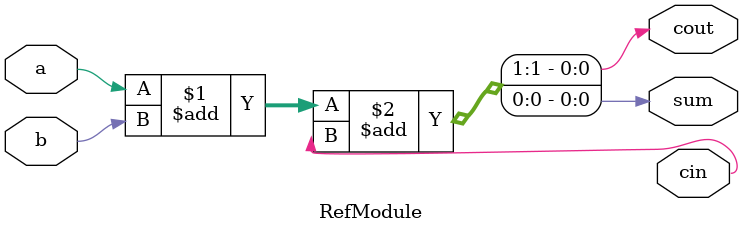
<source format=sv>

module RefModule (
  input a,
  input b,
  output cin,
  output cout,
  output sum
);

  assign {cout, sum} = a+b+cin;

endmodule


</source>
